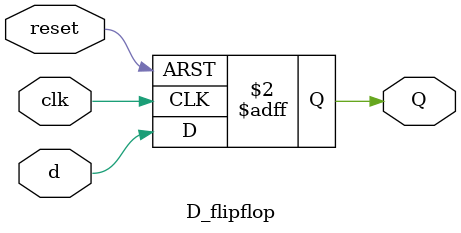
<source format=v>
`timescale 1ns / 1ps

module D_flipflop (
    input clk, reset, d,
    output reg Q
);
    always @(posedge clk or posedge reset) begin
        if (reset)
            Q <= 1'b0;
        else
            Q <= d;
    end
endmodule

</source>
